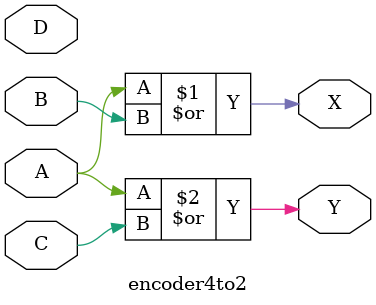
<source format=v>
module encoder4to2(output X,Y ,input A,B,C,D );
  or(X,A,B);
  or a1(Y,A,C);
endmodule

</source>
